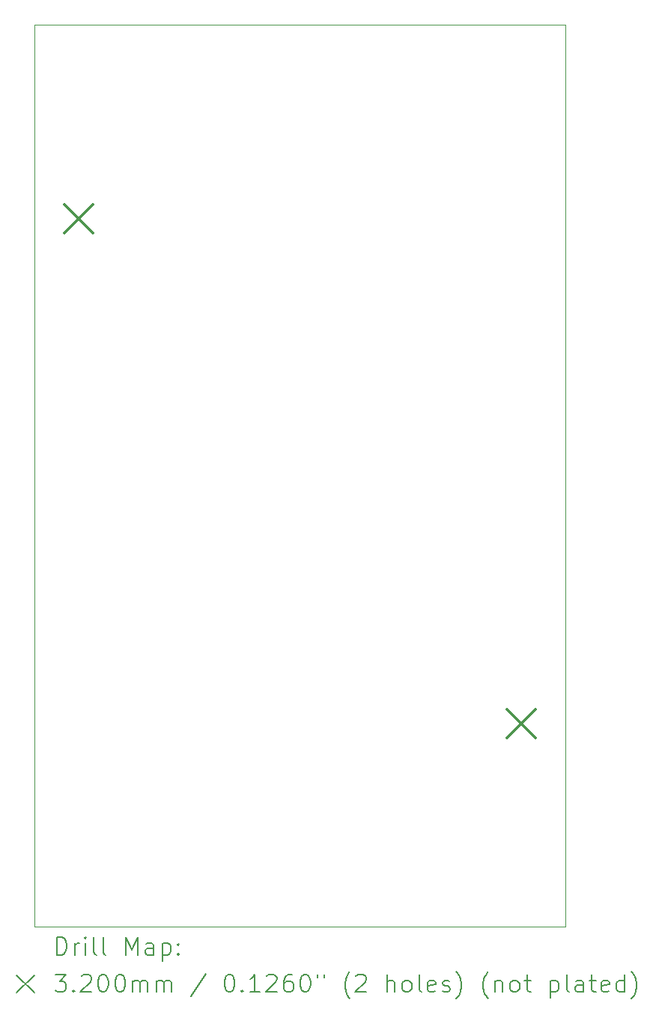
<source format=gbr>
%FSLAX45Y45*%
G04 Gerber Fmt 4.5, Leading zero omitted, Abs format (unit mm)*
G04 Created by KiCad (PCBNEW (6.0.4)) date 2023-11-12 14:03:17*
%MOMM*%
%LPD*%
G01*
G04 APERTURE LIST*
%TA.AperFunction,Profile*%
%ADD10C,0.100000*%
%TD*%
%ADD11C,0.200000*%
%ADD12C,0.320000*%
G04 APERTURE END LIST*
D10*
X14400000Y-4801000D02*
X14400000Y-14801000D01*
X8400000Y-14801000D02*
X8400000Y-4801000D01*
X8400000Y-4601000D02*
X14400000Y-4601000D01*
X14400000Y-14801000D02*
X8400000Y-14801000D01*
X8400000Y-4801000D02*
X8400000Y-4601000D01*
X14400000Y-4801000D02*
X14400000Y-4601000D01*
D11*
D12*
X8740000Y-6640000D02*
X9060000Y-6960000D01*
X9060000Y-6640000D02*
X8740000Y-6960000D01*
X13740000Y-12340000D02*
X14060000Y-12660000D01*
X14060000Y-12340000D02*
X13740000Y-12660000D01*
D11*
X8652619Y-15116476D02*
X8652619Y-14916476D01*
X8700238Y-14916476D01*
X8728810Y-14926000D01*
X8747857Y-14945048D01*
X8757381Y-14964095D01*
X8766905Y-15002190D01*
X8766905Y-15030762D01*
X8757381Y-15068857D01*
X8747857Y-15087905D01*
X8728810Y-15106952D01*
X8700238Y-15116476D01*
X8652619Y-15116476D01*
X8852619Y-15116476D02*
X8852619Y-14983143D01*
X8852619Y-15021238D02*
X8862143Y-15002190D01*
X8871667Y-14992667D01*
X8890714Y-14983143D01*
X8909762Y-14983143D01*
X8976429Y-15116476D02*
X8976429Y-14983143D01*
X8976429Y-14916476D02*
X8966905Y-14926000D01*
X8976429Y-14935524D01*
X8985952Y-14926000D01*
X8976429Y-14916476D01*
X8976429Y-14935524D01*
X9100238Y-15116476D02*
X9081190Y-15106952D01*
X9071667Y-15087905D01*
X9071667Y-14916476D01*
X9205000Y-15116476D02*
X9185952Y-15106952D01*
X9176429Y-15087905D01*
X9176429Y-14916476D01*
X9433571Y-15116476D02*
X9433571Y-14916476D01*
X9500238Y-15059333D01*
X9566905Y-14916476D01*
X9566905Y-15116476D01*
X9747857Y-15116476D02*
X9747857Y-15011714D01*
X9738333Y-14992667D01*
X9719286Y-14983143D01*
X9681190Y-14983143D01*
X9662143Y-14992667D01*
X9747857Y-15106952D02*
X9728810Y-15116476D01*
X9681190Y-15116476D01*
X9662143Y-15106952D01*
X9652619Y-15087905D01*
X9652619Y-15068857D01*
X9662143Y-15049809D01*
X9681190Y-15040286D01*
X9728810Y-15040286D01*
X9747857Y-15030762D01*
X9843095Y-14983143D02*
X9843095Y-15183143D01*
X9843095Y-14992667D02*
X9862143Y-14983143D01*
X9900238Y-14983143D01*
X9919286Y-14992667D01*
X9928810Y-15002190D01*
X9938333Y-15021238D01*
X9938333Y-15078381D01*
X9928810Y-15097428D01*
X9919286Y-15106952D01*
X9900238Y-15116476D01*
X9862143Y-15116476D01*
X9843095Y-15106952D01*
X10024048Y-15097428D02*
X10033571Y-15106952D01*
X10024048Y-15116476D01*
X10014524Y-15106952D01*
X10024048Y-15097428D01*
X10024048Y-15116476D01*
X10024048Y-14992667D02*
X10033571Y-15002190D01*
X10024048Y-15011714D01*
X10014524Y-15002190D01*
X10024048Y-14992667D01*
X10024048Y-15011714D01*
X8195000Y-15346000D02*
X8395000Y-15546000D01*
X8395000Y-15346000D02*
X8195000Y-15546000D01*
X8633571Y-15336476D02*
X8757381Y-15336476D01*
X8690714Y-15412667D01*
X8719286Y-15412667D01*
X8738333Y-15422190D01*
X8747857Y-15431714D01*
X8757381Y-15450762D01*
X8757381Y-15498381D01*
X8747857Y-15517428D01*
X8738333Y-15526952D01*
X8719286Y-15536476D01*
X8662143Y-15536476D01*
X8643095Y-15526952D01*
X8633571Y-15517428D01*
X8843095Y-15517428D02*
X8852619Y-15526952D01*
X8843095Y-15536476D01*
X8833571Y-15526952D01*
X8843095Y-15517428D01*
X8843095Y-15536476D01*
X8928810Y-15355524D02*
X8938333Y-15346000D01*
X8957381Y-15336476D01*
X9005000Y-15336476D01*
X9024048Y-15346000D01*
X9033571Y-15355524D01*
X9043095Y-15374571D01*
X9043095Y-15393619D01*
X9033571Y-15422190D01*
X8919286Y-15536476D01*
X9043095Y-15536476D01*
X9166905Y-15336476D02*
X9185952Y-15336476D01*
X9205000Y-15346000D01*
X9214524Y-15355524D01*
X9224048Y-15374571D01*
X9233571Y-15412667D01*
X9233571Y-15460286D01*
X9224048Y-15498381D01*
X9214524Y-15517428D01*
X9205000Y-15526952D01*
X9185952Y-15536476D01*
X9166905Y-15536476D01*
X9147857Y-15526952D01*
X9138333Y-15517428D01*
X9128810Y-15498381D01*
X9119286Y-15460286D01*
X9119286Y-15412667D01*
X9128810Y-15374571D01*
X9138333Y-15355524D01*
X9147857Y-15346000D01*
X9166905Y-15336476D01*
X9357381Y-15336476D02*
X9376429Y-15336476D01*
X9395476Y-15346000D01*
X9405000Y-15355524D01*
X9414524Y-15374571D01*
X9424048Y-15412667D01*
X9424048Y-15460286D01*
X9414524Y-15498381D01*
X9405000Y-15517428D01*
X9395476Y-15526952D01*
X9376429Y-15536476D01*
X9357381Y-15536476D01*
X9338333Y-15526952D01*
X9328810Y-15517428D01*
X9319286Y-15498381D01*
X9309762Y-15460286D01*
X9309762Y-15412667D01*
X9319286Y-15374571D01*
X9328810Y-15355524D01*
X9338333Y-15346000D01*
X9357381Y-15336476D01*
X9509762Y-15536476D02*
X9509762Y-15403143D01*
X9509762Y-15422190D02*
X9519286Y-15412667D01*
X9538333Y-15403143D01*
X9566905Y-15403143D01*
X9585952Y-15412667D01*
X9595476Y-15431714D01*
X9595476Y-15536476D01*
X9595476Y-15431714D02*
X9605000Y-15412667D01*
X9624048Y-15403143D01*
X9652619Y-15403143D01*
X9671667Y-15412667D01*
X9681190Y-15431714D01*
X9681190Y-15536476D01*
X9776429Y-15536476D02*
X9776429Y-15403143D01*
X9776429Y-15422190D02*
X9785952Y-15412667D01*
X9805000Y-15403143D01*
X9833571Y-15403143D01*
X9852619Y-15412667D01*
X9862143Y-15431714D01*
X9862143Y-15536476D01*
X9862143Y-15431714D02*
X9871667Y-15412667D01*
X9890714Y-15403143D01*
X9919286Y-15403143D01*
X9938333Y-15412667D01*
X9947857Y-15431714D01*
X9947857Y-15536476D01*
X10338333Y-15326952D02*
X10166905Y-15584095D01*
X10595476Y-15336476D02*
X10614524Y-15336476D01*
X10633571Y-15346000D01*
X10643095Y-15355524D01*
X10652619Y-15374571D01*
X10662143Y-15412667D01*
X10662143Y-15460286D01*
X10652619Y-15498381D01*
X10643095Y-15517428D01*
X10633571Y-15526952D01*
X10614524Y-15536476D01*
X10595476Y-15536476D01*
X10576429Y-15526952D01*
X10566905Y-15517428D01*
X10557381Y-15498381D01*
X10547857Y-15460286D01*
X10547857Y-15412667D01*
X10557381Y-15374571D01*
X10566905Y-15355524D01*
X10576429Y-15346000D01*
X10595476Y-15336476D01*
X10747857Y-15517428D02*
X10757381Y-15526952D01*
X10747857Y-15536476D01*
X10738333Y-15526952D01*
X10747857Y-15517428D01*
X10747857Y-15536476D01*
X10947857Y-15536476D02*
X10833571Y-15536476D01*
X10890714Y-15536476D02*
X10890714Y-15336476D01*
X10871667Y-15365048D01*
X10852619Y-15384095D01*
X10833571Y-15393619D01*
X11024048Y-15355524D02*
X11033571Y-15346000D01*
X11052619Y-15336476D01*
X11100238Y-15336476D01*
X11119286Y-15346000D01*
X11128810Y-15355524D01*
X11138333Y-15374571D01*
X11138333Y-15393619D01*
X11128810Y-15422190D01*
X11014524Y-15536476D01*
X11138333Y-15536476D01*
X11309762Y-15336476D02*
X11271667Y-15336476D01*
X11252619Y-15346000D01*
X11243095Y-15355524D01*
X11224048Y-15384095D01*
X11214524Y-15422190D01*
X11214524Y-15498381D01*
X11224048Y-15517428D01*
X11233571Y-15526952D01*
X11252619Y-15536476D01*
X11290714Y-15536476D01*
X11309762Y-15526952D01*
X11319286Y-15517428D01*
X11328809Y-15498381D01*
X11328809Y-15450762D01*
X11319286Y-15431714D01*
X11309762Y-15422190D01*
X11290714Y-15412667D01*
X11252619Y-15412667D01*
X11233571Y-15422190D01*
X11224048Y-15431714D01*
X11214524Y-15450762D01*
X11452619Y-15336476D02*
X11471667Y-15336476D01*
X11490714Y-15346000D01*
X11500238Y-15355524D01*
X11509762Y-15374571D01*
X11519286Y-15412667D01*
X11519286Y-15460286D01*
X11509762Y-15498381D01*
X11500238Y-15517428D01*
X11490714Y-15526952D01*
X11471667Y-15536476D01*
X11452619Y-15536476D01*
X11433571Y-15526952D01*
X11424048Y-15517428D01*
X11414524Y-15498381D01*
X11405000Y-15460286D01*
X11405000Y-15412667D01*
X11414524Y-15374571D01*
X11424048Y-15355524D01*
X11433571Y-15346000D01*
X11452619Y-15336476D01*
X11595476Y-15336476D02*
X11595476Y-15374571D01*
X11671667Y-15336476D02*
X11671667Y-15374571D01*
X11966905Y-15612667D02*
X11957381Y-15603143D01*
X11938333Y-15574571D01*
X11928809Y-15555524D01*
X11919286Y-15526952D01*
X11909762Y-15479333D01*
X11909762Y-15441238D01*
X11919286Y-15393619D01*
X11928809Y-15365048D01*
X11938333Y-15346000D01*
X11957381Y-15317428D01*
X11966905Y-15307905D01*
X12033571Y-15355524D02*
X12043095Y-15346000D01*
X12062143Y-15336476D01*
X12109762Y-15336476D01*
X12128809Y-15346000D01*
X12138333Y-15355524D01*
X12147857Y-15374571D01*
X12147857Y-15393619D01*
X12138333Y-15422190D01*
X12024048Y-15536476D01*
X12147857Y-15536476D01*
X12385952Y-15536476D02*
X12385952Y-15336476D01*
X12471667Y-15536476D02*
X12471667Y-15431714D01*
X12462143Y-15412667D01*
X12443095Y-15403143D01*
X12414524Y-15403143D01*
X12395476Y-15412667D01*
X12385952Y-15422190D01*
X12595476Y-15536476D02*
X12576428Y-15526952D01*
X12566905Y-15517428D01*
X12557381Y-15498381D01*
X12557381Y-15441238D01*
X12566905Y-15422190D01*
X12576428Y-15412667D01*
X12595476Y-15403143D01*
X12624048Y-15403143D01*
X12643095Y-15412667D01*
X12652619Y-15422190D01*
X12662143Y-15441238D01*
X12662143Y-15498381D01*
X12652619Y-15517428D01*
X12643095Y-15526952D01*
X12624048Y-15536476D01*
X12595476Y-15536476D01*
X12776428Y-15536476D02*
X12757381Y-15526952D01*
X12747857Y-15507905D01*
X12747857Y-15336476D01*
X12928809Y-15526952D02*
X12909762Y-15536476D01*
X12871667Y-15536476D01*
X12852619Y-15526952D01*
X12843095Y-15507905D01*
X12843095Y-15431714D01*
X12852619Y-15412667D01*
X12871667Y-15403143D01*
X12909762Y-15403143D01*
X12928809Y-15412667D01*
X12938333Y-15431714D01*
X12938333Y-15450762D01*
X12843095Y-15469809D01*
X13014524Y-15526952D02*
X13033571Y-15536476D01*
X13071667Y-15536476D01*
X13090714Y-15526952D01*
X13100238Y-15507905D01*
X13100238Y-15498381D01*
X13090714Y-15479333D01*
X13071667Y-15469809D01*
X13043095Y-15469809D01*
X13024048Y-15460286D01*
X13014524Y-15441238D01*
X13014524Y-15431714D01*
X13024048Y-15412667D01*
X13043095Y-15403143D01*
X13071667Y-15403143D01*
X13090714Y-15412667D01*
X13166905Y-15612667D02*
X13176428Y-15603143D01*
X13195476Y-15574571D01*
X13205000Y-15555524D01*
X13214524Y-15526952D01*
X13224048Y-15479333D01*
X13224048Y-15441238D01*
X13214524Y-15393619D01*
X13205000Y-15365048D01*
X13195476Y-15346000D01*
X13176428Y-15317428D01*
X13166905Y-15307905D01*
X13528809Y-15612667D02*
X13519286Y-15603143D01*
X13500238Y-15574571D01*
X13490714Y-15555524D01*
X13481190Y-15526952D01*
X13471667Y-15479333D01*
X13471667Y-15441238D01*
X13481190Y-15393619D01*
X13490714Y-15365048D01*
X13500238Y-15346000D01*
X13519286Y-15317428D01*
X13528809Y-15307905D01*
X13605000Y-15403143D02*
X13605000Y-15536476D01*
X13605000Y-15422190D02*
X13614524Y-15412667D01*
X13633571Y-15403143D01*
X13662143Y-15403143D01*
X13681190Y-15412667D01*
X13690714Y-15431714D01*
X13690714Y-15536476D01*
X13814524Y-15536476D02*
X13795476Y-15526952D01*
X13785952Y-15517428D01*
X13776428Y-15498381D01*
X13776428Y-15441238D01*
X13785952Y-15422190D01*
X13795476Y-15412667D01*
X13814524Y-15403143D01*
X13843095Y-15403143D01*
X13862143Y-15412667D01*
X13871667Y-15422190D01*
X13881190Y-15441238D01*
X13881190Y-15498381D01*
X13871667Y-15517428D01*
X13862143Y-15526952D01*
X13843095Y-15536476D01*
X13814524Y-15536476D01*
X13938333Y-15403143D02*
X14014524Y-15403143D01*
X13966905Y-15336476D02*
X13966905Y-15507905D01*
X13976428Y-15526952D01*
X13995476Y-15536476D01*
X14014524Y-15536476D01*
X14233571Y-15403143D02*
X14233571Y-15603143D01*
X14233571Y-15412667D02*
X14252619Y-15403143D01*
X14290714Y-15403143D01*
X14309762Y-15412667D01*
X14319286Y-15422190D01*
X14328809Y-15441238D01*
X14328809Y-15498381D01*
X14319286Y-15517428D01*
X14309762Y-15526952D01*
X14290714Y-15536476D01*
X14252619Y-15536476D01*
X14233571Y-15526952D01*
X14443095Y-15536476D02*
X14424048Y-15526952D01*
X14414524Y-15507905D01*
X14414524Y-15336476D01*
X14605000Y-15536476D02*
X14605000Y-15431714D01*
X14595476Y-15412667D01*
X14576428Y-15403143D01*
X14538333Y-15403143D01*
X14519286Y-15412667D01*
X14605000Y-15526952D02*
X14585952Y-15536476D01*
X14538333Y-15536476D01*
X14519286Y-15526952D01*
X14509762Y-15507905D01*
X14509762Y-15488857D01*
X14519286Y-15469809D01*
X14538333Y-15460286D01*
X14585952Y-15460286D01*
X14605000Y-15450762D01*
X14671667Y-15403143D02*
X14747857Y-15403143D01*
X14700238Y-15336476D02*
X14700238Y-15507905D01*
X14709762Y-15526952D01*
X14728809Y-15536476D01*
X14747857Y-15536476D01*
X14890714Y-15526952D02*
X14871667Y-15536476D01*
X14833571Y-15536476D01*
X14814524Y-15526952D01*
X14805000Y-15507905D01*
X14805000Y-15431714D01*
X14814524Y-15412667D01*
X14833571Y-15403143D01*
X14871667Y-15403143D01*
X14890714Y-15412667D01*
X14900238Y-15431714D01*
X14900238Y-15450762D01*
X14805000Y-15469809D01*
X15071667Y-15536476D02*
X15071667Y-15336476D01*
X15071667Y-15526952D02*
X15052619Y-15536476D01*
X15014524Y-15536476D01*
X14995476Y-15526952D01*
X14985952Y-15517428D01*
X14976428Y-15498381D01*
X14976428Y-15441238D01*
X14985952Y-15422190D01*
X14995476Y-15412667D01*
X15014524Y-15403143D01*
X15052619Y-15403143D01*
X15071667Y-15412667D01*
X15147857Y-15612667D02*
X15157381Y-15603143D01*
X15176428Y-15574571D01*
X15185952Y-15555524D01*
X15195476Y-15526952D01*
X15205000Y-15479333D01*
X15205000Y-15441238D01*
X15195476Y-15393619D01*
X15185952Y-15365048D01*
X15176428Y-15346000D01*
X15157381Y-15317428D01*
X15147857Y-15307905D01*
M02*

</source>
